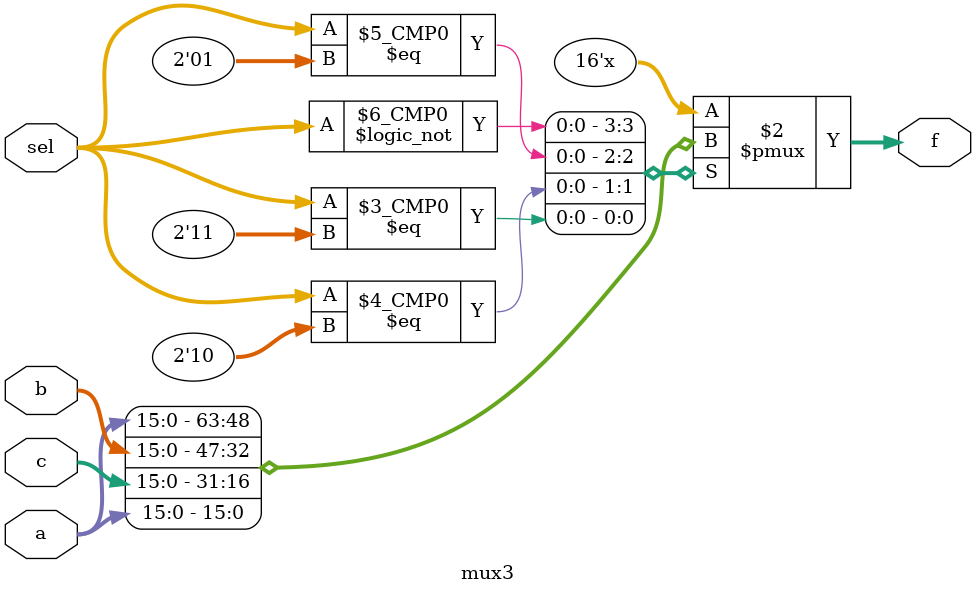
<source format=sv>
module mux3 #(parameter width = 16)
(
	input [1: 0] sel,
	input [width-1 : 0] a,
	input [width-1 : 0] b,
	input [width-1 : 0] c,
	output logic [width-1 : 0] f
);

always_comb
begin
	case (sel)
		2'b00 : f = a;
		2'b01 : f = b;
		2'b10 : f = c;
		2'b11 : f = a;
	endcase
end

endmodule : mux3
</source>
